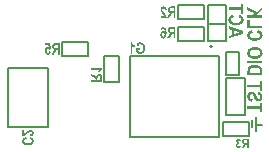
<source format=gbo>
G04*
G04 #@! TF.GenerationSoftware,Altium Limited,Altium Designer,22.7.1 (60)*
G04*
G04 Layer_Color=32896*
%FSLAX43Y43*%
%MOMM*%
G71*
G04*
G04 #@! TF.SameCoordinates,4746692A-FCE4-4093-9A7F-7E88C9008C25*
G04*
G04*
G04 #@! TF.FilePolarity,Positive*
G04*
G01*
G75*
%ADD10C,0.200*%
%ADD14C,0.150*%
G36*
X23352Y4975D02*
X23141D01*
Y5280D01*
X22100D01*
Y5488D01*
X23141D01*
Y5791D01*
X23352D01*
Y4975D01*
D02*
G37*
G36*
X22504Y4871D02*
X22541Y4867D01*
X22574Y4862D01*
X22602Y4855D01*
X22624Y4847D01*
X22641Y4842D01*
X22652Y4838D01*
X22656Y4836D01*
X22683Y4821D01*
X22709Y4805D01*
X22731Y4786D01*
X22750Y4769D01*
X22765Y4753D01*
X22774Y4740D01*
X22781Y4732D01*
X22783Y4729D01*
X22793Y4716D01*
X22802Y4699D01*
X22820Y4664D01*
X22835Y4627D01*
X22850Y4590D01*
X22863Y4556D01*
X22867Y4542D01*
X22872Y4529D01*
X22876Y4518D01*
X22878Y4510D01*
X22880Y4505D01*
Y4503D01*
X22887Y4477D01*
X22894Y4453D01*
X22902Y4431D01*
X22909Y4412D01*
X22917Y4393D01*
X22922Y4379D01*
X22930Y4366D01*
X22935Y4353D01*
X22944Y4334D01*
X22952Y4323D01*
X22955Y4316D01*
X22957Y4314D01*
X22970Y4301D01*
X22985Y4290D01*
X22998Y4282D01*
X23011Y4279D01*
X23024Y4275D01*
X23033Y4273D01*
X23039D01*
X23041D01*
X23059Y4275D01*
X23076Y4281D01*
X23091Y4288D01*
X23104Y4295D01*
X23115Y4303D01*
X23122Y4310D01*
X23126Y4316D01*
X23128Y4318D01*
X23139Y4336D01*
X23148Y4358D01*
X23154Y4379D01*
X23159Y4399D01*
X23161Y4418D01*
X23163Y4434D01*
Y4447D01*
X23161Y4477D01*
X23157Y4503D01*
X23150Y4525D01*
X23142Y4543D01*
X23135Y4558D01*
X23128Y4569D01*
X23124Y4575D01*
X23122Y4577D01*
X23104Y4593D01*
X23083Y4606D01*
X23059Y4616D01*
X23037Y4625D01*
X23015Y4630D01*
X22998Y4634D01*
X22991Y4636D01*
X22985Y4638D01*
X22983D01*
X22981D01*
X22993Y4845D01*
X23026Y4843D01*
X23057Y4838D01*
X23085Y4832D01*
X23113Y4825D01*
X23137Y4818D01*
X23161Y4808D01*
X23181Y4797D01*
X23200Y4788D01*
X23217Y4779D01*
X23231Y4769D01*
X23244Y4760D01*
X23254Y4753D01*
X23261Y4745D01*
X23268Y4740D01*
X23270Y4738D01*
X23272Y4736D01*
X23291Y4716D01*
X23305Y4695D01*
X23318Y4671D01*
X23330Y4649D01*
X23348Y4601D01*
X23359Y4556D01*
X23365Y4534D01*
X23367Y4516D01*
X23368Y4497D01*
X23370Y4482D01*
X23372Y4469D01*
Y4453D01*
X23370Y4410D01*
X23365Y4369D01*
X23359Y4336D01*
X23352Y4306D01*
X23342Y4282D01*
X23337Y4264D01*
X23331Y4253D01*
X23330Y4251D01*
Y4249D01*
X23313Y4219D01*
X23292Y4195D01*
X23272Y4173D01*
X23252Y4155D01*
X23233Y4140D01*
X23218Y4131D01*
X23209Y4123D01*
X23207Y4121D01*
X23205D01*
X23174Y4106D01*
X23142Y4095D01*
X23111Y4086D01*
X23083Y4081D01*
X23059Y4077D01*
X23039Y4075D01*
X23031D01*
X23026D01*
X23024D01*
X23022D01*
X22991Y4077D01*
X22959Y4081D01*
X22931Y4086D01*
X22907Y4094D01*
X22887Y4099D01*
X22870Y4105D01*
X22861Y4108D01*
X22857Y4110D01*
X22830Y4125D01*
X22805Y4142D01*
X22785Y4158D01*
X22768Y4173D01*
X22754Y4188D01*
X22744Y4199D01*
X22737Y4206D01*
X22735Y4208D01*
X22718Y4234D01*
X22702Y4264D01*
X22687Y4297D01*
X22674Y4329D01*
X22663Y4358D01*
X22659Y4369D01*
X22656Y4381D01*
X22652Y4390D01*
X22650Y4397D01*
X22648Y4401D01*
Y4403D01*
X22641Y4429D01*
X22633Y4453D01*
X22626Y4475D01*
X22618Y4493D01*
X22613Y4512D01*
X22607Y4527D01*
X22604Y4540D01*
X22600Y4551D01*
X22593Y4568D01*
X22587Y4581D01*
X22585Y4586D01*
X22583Y4588D01*
X22576Y4601D01*
X22568Y4614D01*
X22559Y4623D01*
X22552Y4630D01*
X22541Y4642D01*
X22537Y4645D01*
X22535D01*
X22524Y4653D01*
X22511Y4656D01*
X22489Y4664D01*
X22478D01*
X22470Y4666D01*
X22465D01*
X22463D01*
X22437Y4664D01*
X22413Y4656D01*
X22393Y4649D01*
X22374Y4638D01*
X22361Y4629D01*
X22350Y4619D01*
X22343Y4612D01*
X22341Y4610D01*
X22324Y4588D01*
X22313Y4564D01*
X22304Y4540D01*
X22298Y4518D01*
X22294Y4495D01*
X22293Y4479D01*
Y4464D01*
X22294Y4431D01*
X22304Y4399D01*
X22315Y4373D01*
X22330Y4349D01*
X22348Y4327D01*
X22368Y4308D01*
X22391Y4293D01*
X22413Y4281D01*
X22435Y4269D01*
X22457Y4260D01*
X22478Y4253D01*
X22496Y4247D01*
X22511Y4243D01*
X22522Y4242D01*
X22531Y4240D01*
X22533D01*
X22509Y4038D01*
X22470Y4044D01*
X22433Y4049D01*
X22400Y4058D01*
X22367Y4068D01*
X22337Y4081D01*
X22309Y4094D01*
X22285Y4106D01*
X22261Y4121D01*
X22239Y4138D01*
X22219Y4155D01*
X22185Y4190D01*
X22156Y4227D01*
X22133Y4264D01*
X22115Y4301D01*
X22102Y4336D01*
X22093Y4369D01*
X22087Y4399D01*
X22083Y4423D01*
X22080Y4442D01*
Y4458D01*
X22081Y4497D01*
X22085Y4532D01*
X22089Y4566D01*
X22096Y4597D01*
X22106Y4625D01*
X22115Y4651D01*
X22124Y4675D01*
X22135Y4695D01*
X22144Y4712D01*
X22154Y4729D01*
X22163Y4742D01*
X22172Y4753D01*
X22180Y4760D01*
X22183Y4766D01*
X22187Y4769D01*
X22189Y4771D01*
X22211Y4790D01*
X22233Y4805D01*
X22256Y4819D01*
X22278Y4830D01*
X22324Y4849D01*
X22368Y4860D01*
X22387Y4864D01*
X22406Y4867D01*
X22422Y4869D01*
X22435Y4871D01*
X22448Y4873D01*
X22456D01*
X22461D01*
X22463D01*
X22504Y4871D01*
D02*
G37*
G36*
X23352Y3142D02*
X23141D01*
Y3447D01*
X22100D01*
Y3655D01*
X23141D01*
Y3958D01*
X23352D01*
Y3142D01*
D02*
G37*
G36*
X22781Y8669D02*
X22835Y8665D01*
X22885Y8657D01*
X22931Y8648D01*
X22974Y8639D01*
X23013Y8626D01*
X23048Y8615D01*
X23081Y8602D01*
X23109Y8589D01*
X23133Y8576D01*
X23155Y8563D01*
X23172Y8554D01*
X23187Y8544D01*
X23196Y8537D01*
X23202Y8533D01*
X23204Y8532D01*
X23233Y8504D01*
X23259Y8476D01*
X23281Y8446D01*
X23302Y8417D01*
X23317Y8387D01*
X23331Y8357D01*
X23342Y8328D01*
X23352Y8300D01*
X23357Y8274D01*
X23363Y8250D01*
X23367Y8228D01*
X23370Y8209D01*
Y8195D01*
X23372Y8182D01*
Y8172D01*
X23368Y8117D01*
X23361Y8067D01*
X23350Y8022D01*
X23337Y7983D01*
X23330Y7969D01*
X23322Y7954D01*
X23317Y7941D01*
X23311Y7930D01*
X23307Y7922D01*
X23304Y7917D01*
X23300Y7913D01*
Y7911D01*
X23270Y7874D01*
X23237Y7839D01*
X23202Y7811D01*
X23167Y7785D01*
X23135Y7765D01*
X23120Y7758D01*
X23109Y7752D01*
X23098Y7746D01*
X23091Y7743D01*
X23087Y7739D01*
X23085D01*
X23057Y7728D01*
X23028Y7717D01*
X22967Y7702D01*
X22905Y7691D01*
X22846Y7682D01*
X22820Y7680D01*
X22794Y7678D01*
X22772Y7676D01*
X22754D01*
X22739Y7674D01*
X22726D01*
X22718D01*
X22717D01*
X22661Y7676D01*
X22607Y7680D01*
X22557Y7687D01*
X22511Y7696D01*
X22468Y7708D01*
X22430Y7720D01*
X22393Y7733D01*
X22359Y7748D01*
X22331Y7761D01*
X22306Y7774D01*
X22283Y7787D01*
X22265Y7798D01*
X22252Y7808D01*
X22241Y7815D01*
X22235Y7819D01*
X22233Y7820D01*
X22206Y7846D01*
X22183Y7872D01*
X22163Y7902D01*
X22144Y7930D01*
X22130Y7959D01*
X22117Y7989D01*
X22107Y8017D01*
X22098Y8045D01*
X22093Y8070D01*
X22087Y8095D01*
X22085Y8117D01*
X22081Y8135D01*
Y8150D01*
X22080Y8163D01*
Y8172D01*
X22081Y8213D01*
X22087Y8250D01*
X22094Y8287D01*
X22104Y8320D01*
X22117Y8352D01*
X22130Y8380D01*
X22143Y8406D01*
X22157Y8430D01*
X22172Y8452D01*
X22185Y8470D01*
X22200Y8485D01*
X22211Y8498D01*
X22220Y8509D01*
X22228Y8517D01*
X22233Y8520D01*
X22235Y8522D01*
X22270Y8548D01*
X22307Y8570D01*
X22346Y8591D01*
X22387Y8607D01*
X22428Y8622D01*
X22468Y8635D01*
X22507Y8644D01*
X22546Y8652D01*
X22583Y8657D01*
X22617Y8663D01*
X22648Y8667D01*
X22674Y8669D01*
X22696Y8670D01*
X22713D01*
X22722D01*
X22726D01*
X22781Y8669D01*
D02*
G37*
G36*
X23352Y7311D02*
X22100D01*
Y7519D01*
X23352D01*
Y7311D01*
D02*
G37*
G36*
X22778Y7141D02*
X22835Y7137D01*
X22863Y7135D01*
X22887Y7132D01*
X22909Y7128D01*
X22930Y7126D01*
X22948Y7122D01*
X22965Y7119D01*
X22980Y7115D01*
X22991Y7113D01*
X23000Y7111D01*
X23007Y7109D01*
X23011Y7108D01*
X23013D01*
X23057Y7093D01*
X23096Y7078D01*
X23130Y7061D01*
X23157Y7045D01*
X23181Y7032D01*
X23198Y7021D01*
X23207Y7013D01*
X23211Y7009D01*
X23237Y6985D01*
X23259Y6963D01*
X23278Y6939D01*
X23292Y6919D01*
X23304Y6900D01*
X23313Y6887D01*
X23317Y6878D01*
X23318Y6874D01*
X23330Y6845D01*
X23337Y6809D01*
X23344Y6774D01*
X23348Y6739D01*
X23350Y6708D01*
Y6695D01*
X23352Y6684D01*
Y6282D01*
X22100D01*
Y6671D01*
X22102Y6715D01*
X22106Y6756D01*
X22111Y6791D01*
X22119Y6821D01*
X22124Y6845D01*
X22130Y6861D01*
X22133Y6872D01*
X22135Y6876D01*
X22150Y6906D01*
X22167Y6932D01*
X22183Y6954D01*
X22200Y6974D01*
X22215Y6989D01*
X22228Y7002D01*
X22235Y7009D01*
X22239Y7011D01*
X22267Y7032D01*
X22298Y7050D01*
X22330Y7067D01*
X22361Y7080D01*
X22387Y7091D01*
X22409Y7098D01*
X22418Y7102D01*
X22424Y7104D01*
X22428Y7106D01*
X22430D01*
X22476Y7119D01*
X22524Y7128D01*
X22572Y7134D01*
X22617Y7139D01*
X22637D01*
X22656Y7141D01*
X22672D01*
X22685Y7143D01*
X22696D01*
X22705D01*
X22711D01*
X22713D01*
X22778Y7141D01*
D02*
G37*
G36*
X22867Y11671D02*
X23352Y12057D01*
Y11777D01*
X22793Y11357D01*
X23352D01*
Y11149D01*
X22100D01*
Y11357D01*
X22478D01*
X22687Y11525D01*
X22100Y11805D01*
Y12075D01*
X22867Y11671D01*
D02*
G37*
G36*
X22311Y10481D02*
X23342D01*
Y10273D01*
X22100D01*
Y10996D01*
X22311D01*
Y10481D01*
D02*
G37*
G36*
X22563Y9890D02*
X22513Y9879D01*
X22472Y9864D01*
X22437Y9851D01*
X22409Y9836D01*
X22387Y9823D01*
X22372Y9812D01*
X22363Y9805D01*
X22359Y9803D01*
X22339Y9781D01*
X22322Y9757D01*
X22311Y9733D01*
X22304Y9711D01*
X22300Y9692D01*
X22298Y9675D01*
X22296Y9666D01*
Y9662D01*
X22298Y9642D01*
X22300Y9623D01*
X22311Y9586D01*
X22328Y9557D01*
X22346Y9531D01*
X22363Y9509D01*
X22380Y9494D01*
X22391Y9485D01*
X22393Y9481D01*
X22394D01*
X22415Y9470D01*
X22437Y9459D01*
X22463Y9449D01*
X22489Y9442D01*
X22544Y9429D01*
X22600Y9422D01*
X22626Y9418D01*
X22650Y9416D01*
X22672Y9414D01*
X22691D01*
X22707Y9412D01*
X22718D01*
X22728D01*
X22730D01*
X22770D01*
X22809Y9416D01*
X22844Y9420D01*
X22876Y9424D01*
X22905Y9429D01*
X22933Y9435D01*
X22957Y9440D01*
X22978Y9448D01*
X22996Y9455D01*
X23013Y9461D01*
X23026Y9466D01*
X23037Y9472D01*
X23044Y9477D01*
X23052Y9479D01*
X23054Y9483D01*
X23055D01*
X23074Y9498D01*
X23089Y9512D01*
X23102Y9527D01*
X23113Y9542D01*
X23131Y9573D01*
X23142Y9603D01*
X23150Y9629D01*
X23154Y9649D01*
X23155Y9657D01*
Y9668D01*
X23154Y9698D01*
X23146Y9723D01*
X23139Y9746D01*
X23128Y9766D01*
X23118Y9783D01*
X23109Y9796D01*
X23102Y9803D01*
X23100Y9805D01*
X23078Y9825D01*
X23054Y9842D01*
X23028Y9857D01*
X23002Y9868D01*
X22980Y9875D01*
X22961Y9881D01*
X22954Y9883D01*
X22948D01*
X22946Y9885D01*
X22944D01*
X23004Y10090D01*
X23033Y10083D01*
X23061Y10073D01*
X23087Y10064D01*
X23113Y10055D01*
X23135Y10044D01*
X23155Y10035D01*
X23172Y10023D01*
X23189Y10014D01*
X23204Y10005D01*
X23217Y9996D01*
X23228Y9988D01*
X23237Y9981D01*
X23242Y9975D01*
X23248Y9972D01*
X23252Y9970D01*
Y9968D01*
X23272Y9946D01*
X23291Y9922D01*
X23307Y9898D01*
X23322Y9873D01*
X23333Y9849D01*
X23342Y9825D01*
X23357Y9779D01*
X23363Y9759D01*
X23367Y9740D01*
X23368Y9723D01*
X23370Y9709D01*
X23372Y9696D01*
Y9679D01*
X23370Y9640D01*
X23365Y9603D01*
X23357Y9570D01*
X23348Y9536D01*
X23335Y9507D01*
X23322Y9479D01*
X23307Y9453D01*
X23294Y9431D01*
X23280Y9411D01*
X23265Y9392D01*
X23252Y9377D01*
X23239Y9364D01*
X23230Y9355D01*
X23222Y9348D01*
X23217Y9344D01*
X23215Y9342D01*
X23180Y9316D01*
X23141Y9294D01*
X23102Y9275D01*
X23061Y9259D01*
X23018Y9244D01*
X22978Y9233D01*
X22937Y9224D01*
X22896Y9216D01*
X22859Y9211D01*
X22826Y9205D01*
X22794Y9201D01*
X22767Y9199D01*
X22746D01*
X22730Y9198D01*
X22718D01*
X22717D01*
X22715D01*
X22659Y9199D01*
X22607Y9203D01*
X22557Y9211D01*
X22511Y9220D01*
X22468Y9231D01*
X22430Y9242D01*
X22393Y9255D01*
X22361Y9270D01*
X22331Y9283D01*
X22306Y9296D01*
X22283Y9307D01*
X22267Y9318D01*
X22252Y9327D01*
X22241Y9335D01*
X22235Y9338D01*
X22233Y9340D01*
X22206Y9364D01*
X22183Y9390D01*
X22163Y9416D01*
X22144Y9444D01*
X22130Y9472D01*
X22117Y9498D01*
X22107Y9524D01*
X22098Y9549D01*
X22093Y9573D01*
X22087Y9596D01*
X22085Y9616D01*
X22081Y9633D01*
Y9648D01*
X22080Y9657D01*
Y9666D01*
X22081Y9696D01*
X22083Y9723D01*
X22094Y9775D01*
X22109Y9822D01*
X22119Y9842D01*
X22128Y9861D01*
X22137Y9877D01*
X22146Y9892D01*
X22154Y9905D01*
X22161Y9914D01*
X22167Y9923D01*
X22172Y9929D01*
X22174Y9933D01*
X22176Y9935D01*
X22196Y9955D01*
X22217Y9973D01*
X22265Y10005D01*
X22317Y10033D01*
X22367Y10055D01*
X22391Y10064D01*
X22413Y10072D01*
X22433Y10077D01*
X22450Y10083D01*
X22465Y10086D01*
X22476Y10090D01*
X22483Y10092D01*
X22485D01*
X22563Y9890D01*
D02*
G37*
G36*
X21752Y11502D02*
X21541D01*
Y11807D01*
X20500D01*
Y12015D01*
X21541D01*
Y12318D01*
X21752D01*
Y11502D01*
D02*
G37*
G36*
X20963Y11196D02*
X20913Y11185D01*
X20872Y11170D01*
X20837Y11157D01*
X20809Y11142D01*
X20787Y11129D01*
X20772Y11118D01*
X20763Y11111D01*
X20759Y11109D01*
X20739Y11087D01*
X20722Y11063D01*
X20711Y11039D01*
X20704Y11017D01*
X20700Y10998D01*
X20698Y10981D01*
X20696Y10972D01*
Y10968D01*
X20698Y10948D01*
X20700Y10929D01*
X20711Y10892D01*
X20728Y10863D01*
X20746Y10837D01*
X20763Y10815D01*
X20780Y10800D01*
X20791Y10791D01*
X20793Y10787D01*
X20794D01*
X20815Y10776D01*
X20837Y10765D01*
X20863Y10755D01*
X20889Y10748D01*
X20944Y10735D01*
X21000Y10728D01*
X21026Y10724D01*
X21050Y10722D01*
X21072Y10720D01*
X21091D01*
X21107Y10718D01*
X21118D01*
X21128D01*
X21130D01*
X21170D01*
X21209Y10722D01*
X21244Y10726D01*
X21276Y10729D01*
X21305Y10735D01*
X21333Y10741D01*
X21357Y10746D01*
X21378Y10754D01*
X21396Y10761D01*
X21413Y10767D01*
X21426Y10772D01*
X21437Y10778D01*
X21444Y10783D01*
X21452Y10785D01*
X21454Y10789D01*
X21455D01*
X21474Y10804D01*
X21489Y10818D01*
X21502Y10833D01*
X21513Y10848D01*
X21531Y10879D01*
X21542Y10909D01*
X21550Y10935D01*
X21554Y10955D01*
X21555Y10963D01*
Y10974D01*
X21554Y11004D01*
X21546Y11029D01*
X21539Y11052D01*
X21528Y11072D01*
X21518Y11089D01*
X21509Y11102D01*
X21502Y11109D01*
X21500Y11111D01*
X21478Y11131D01*
X21454Y11148D01*
X21428Y11163D01*
X21402Y11174D01*
X21380Y11181D01*
X21361Y11187D01*
X21354Y11189D01*
X21348D01*
X21346Y11191D01*
X21344D01*
X21404Y11396D01*
X21433Y11389D01*
X21461Y11379D01*
X21487Y11370D01*
X21513Y11361D01*
X21535Y11350D01*
X21555Y11341D01*
X21572Y11329D01*
X21589Y11320D01*
X21604Y11311D01*
X21617Y11302D01*
X21628Y11294D01*
X21637Y11287D01*
X21642Y11281D01*
X21648Y11278D01*
X21652Y11276D01*
Y11274D01*
X21672Y11252D01*
X21691Y11228D01*
X21707Y11204D01*
X21722Y11179D01*
X21733Y11155D01*
X21742Y11131D01*
X21757Y11085D01*
X21763Y11065D01*
X21767Y11046D01*
X21768Y11029D01*
X21770Y11015D01*
X21772Y11002D01*
Y10985D01*
X21770Y10946D01*
X21765Y10909D01*
X21757Y10876D01*
X21748Y10842D01*
X21735Y10813D01*
X21722Y10785D01*
X21707Y10759D01*
X21694Y10737D01*
X21680Y10717D01*
X21665Y10698D01*
X21652Y10683D01*
X21639Y10670D01*
X21630Y10661D01*
X21622Y10654D01*
X21617Y10650D01*
X21615Y10648D01*
X21580Y10622D01*
X21541Y10600D01*
X21502Y10581D01*
X21461Y10565D01*
X21418Y10550D01*
X21378Y10539D01*
X21337Y10530D01*
X21296Y10522D01*
X21259Y10517D01*
X21226Y10511D01*
X21194Y10507D01*
X21167Y10505D01*
X21146D01*
X21130Y10504D01*
X21118D01*
X21117D01*
X21115D01*
X21059Y10505D01*
X21007Y10509D01*
X20957Y10517D01*
X20911Y10526D01*
X20868Y10537D01*
X20830Y10548D01*
X20793Y10561D01*
X20761Y10576D01*
X20731Y10589D01*
X20706Y10602D01*
X20683Y10613D01*
X20667Y10624D01*
X20652Y10633D01*
X20641Y10641D01*
X20635Y10644D01*
X20633Y10646D01*
X20606Y10670D01*
X20583Y10696D01*
X20563Y10722D01*
X20544Y10750D01*
X20530Y10778D01*
X20517Y10804D01*
X20507Y10829D01*
X20498Y10855D01*
X20493Y10879D01*
X20487Y10902D01*
X20485Y10922D01*
X20481Y10939D01*
Y10954D01*
X20480Y10963D01*
Y10972D01*
X20481Y11002D01*
X20483Y11029D01*
X20494Y11081D01*
X20509Y11128D01*
X20519Y11148D01*
X20528Y11166D01*
X20537Y11183D01*
X20546Y11198D01*
X20554Y11211D01*
X20561Y11220D01*
X20567Y11229D01*
X20572Y11235D01*
X20574Y11239D01*
X20576Y11241D01*
X20596Y11261D01*
X20617Y11279D01*
X20665Y11311D01*
X20717Y11339D01*
X20767Y11361D01*
X20791Y11370D01*
X20813Y11378D01*
X20833Y11383D01*
X20850Y11389D01*
X20865Y11392D01*
X20876Y11396D01*
X20883Y11398D01*
X20885D01*
X20963Y11196D01*
D02*
G37*
G36*
X21752Y10018D02*
Y9798D01*
X20500Y9400D01*
Y9620D01*
X20783Y9704D01*
Y10118D01*
X20500Y10207D01*
Y10431D01*
X21752Y10018D01*
D02*
G37*
G36*
X5441Y8475D02*
X5320Y8454D01*
X5310Y8467D01*
X5300Y8477D01*
X5290Y8487D01*
X5280Y8494D01*
X5260Y8506D01*
X5242Y8515D01*
X5226Y8519D01*
X5215Y8522D01*
X5207Y8523D01*
X5204D01*
X5186Y8522D01*
X5170Y8516D01*
X5155Y8509D01*
X5143Y8502D01*
X5133Y8494D01*
X5126Y8487D01*
X5122Y8481D01*
X5121Y8480D01*
X5109Y8461D01*
X5101Y8441D01*
X5095Y8419D01*
X5091Y8398D01*
X5088Y8378D01*
X5087Y8363D01*
Y8356D01*
Y8351D01*
Y8348D01*
Y8347D01*
X5088Y8315D01*
X5093Y8285D01*
X5098Y8261D01*
X5104Y8241D01*
X5109Y8227D01*
X5115Y8216D01*
X5119Y8210D01*
X5121Y8207D01*
X5133Y8192D01*
X5146Y8182D01*
X5160Y8174D01*
X5173Y8168D01*
X5183Y8165D01*
X5191Y8164D01*
X5198Y8162D01*
X5200D01*
X5214Y8164D01*
X5226Y8168D01*
X5239Y8174D01*
X5249Y8181D01*
X5257Y8186D01*
X5265Y8192D01*
X5269Y8196D01*
X5270Y8198D01*
X5281Y8212D01*
X5290Y8229D01*
X5297Y8244D01*
X5301Y8260D01*
X5304Y8274D01*
X5307Y8286D01*
X5308Y8293D01*
Y8296D01*
X5458Y8277D01*
X5451Y8233D01*
X5445Y8212D01*
X5439Y8193D01*
X5432Y8176D01*
X5425Y8161D01*
X5418Y8145D01*
X5411Y8133D01*
X5404Y8122D01*
X5397Y8112D01*
X5391Y8103D01*
X5386Y8096D01*
X5382Y8090D01*
X5377Y8086D01*
X5376Y8085D01*
X5374Y8083D01*
X5360Y8072D01*
X5346Y8061D01*
X5318Y8044D01*
X5288Y8033D01*
X5262Y8024D01*
X5238Y8020D01*
X5226Y8017D01*
X5218D01*
X5211Y8016D01*
X5201D01*
X5177Y8017D01*
X5156Y8020D01*
X5135Y8026D01*
X5117Y8033D01*
X5098Y8040D01*
X5083Y8048D01*
X5067Y8058D01*
X5054Y8068D01*
X5043Y8078D01*
X5032Y8088D01*
X5023Y8096D01*
X5016Y8103D01*
X5011Y8110D01*
X5007Y8116D01*
X5005Y8119D01*
X5004Y8120D01*
X4991Y8140D01*
X4980Y8161D01*
X4971Y8181D01*
X4963Y8200D01*
X4950Y8240D01*
X4942Y8275D01*
X4939Y8292D01*
X4937Y8306D01*
X4935Y8319D01*
Y8330D01*
X4933Y8339D01*
Y8346D01*
Y8350D01*
Y8351D01*
X4935Y8379D01*
X4936Y8406D01*
X4940Y8430D01*
X4946Y8454D01*
X4952Y8475D01*
X4959Y8496D01*
X4967Y8515D01*
X4974Y8532D01*
X4981Y8546D01*
X4990Y8559D01*
X4997Y8570D01*
X5002Y8580D01*
X5008Y8587D01*
X5011Y8592D01*
X5014Y8595D01*
X5015Y8597D01*
X5028Y8609D01*
X5040Y8621D01*
X5053Y8630D01*
X5067Y8639D01*
X5094Y8652D01*
X5118Y8661D01*
X5140Y8666D01*
X5149Y8667D01*
X5157Y8668D01*
X5164Y8670D01*
X5173D01*
X5193Y8668D01*
X5211Y8664D01*
X5228Y8660D01*
X5243Y8654D01*
X5257Y8647D01*
X5267Y8643D01*
X5273Y8639D01*
X5276Y8637D01*
X5250Y8801D01*
X4969D01*
Y8972D01*
X5365D01*
X5441Y8475D01*
D02*
G37*
G36*
X6215Y8031D02*
X6057D01*
Y8429D01*
X6006D01*
X5991Y8427D01*
X5976Y8426D01*
X5965Y8423D01*
X5957Y8422D01*
X5951Y8419D01*
X5948Y8418D01*
X5947D01*
X5937Y8413D01*
X5929Y8406D01*
X5914Y8394D01*
X5909Y8388D01*
X5905Y8382D01*
X5902Y8379D01*
X5900Y8378D01*
X5896Y8372D01*
X5890Y8364D01*
X5883Y8356D01*
X5878Y8346D01*
X5864Y8322D01*
X5850Y8298D01*
X5837Y8275D01*
X5831Y8265D01*
X5826Y8257D01*
X5821Y8250D01*
X5819Y8244D01*
X5816Y8240D01*
Y8238D01*
X5703Y8031D01*
X5513D01*
X5609Y8216D01*
X5618Y8236D01*
X5628Y8255D01*
X5638Y8272D01*
X5647Y8288D01*
X5655Y8302D01*
X5662Y8315D01*
X5675Y8336D01*
X5685Y8351D01*
X5693Y8363D01*
X5697Y8370D01*
X5699Y8371D01*
X5711Y8387D01*
X5726Y8402D01*
X5740Y8416D01*
X5752Y8427D01*
X5764Y8437D01*
X5773Y8444D01*
X5779Y8450D01*
X5782Y8451D01*
X5747Y8460D01*
X5717Y8471D01*
X5690Y8485D01*
X5669Y8501D01*
X5652Y8513D01*
X5640Y8525D01*
X5632Y8533D01*
X5630Y8535D01*
Y8536D01*
X5611Y8564D01*
X5597Y8594D01*
X5587Y8623D01*
X5582Y8652D01*
X5577Y8677D01*
X5576Y8688D01*
Y8698D01*
X5575Y8705D01*
Y8712D01*
Y8715D01*
Y8716D01*
X5576Y8749D01*
X5580Y8777D01*
X5586Y8804D01*
X5592Y8826D01*
X5599Y8843D01*
X5604Y8857D01*
X5609Y8866D01*
X5610Y8869D01*
X5624Y8891D01*
X5640Y8910D01*
X5654Y8925D01*
X5668Y8936D01*
X5680Y8946D01*
X5690Y8953D01*
X5697Y8956D01*
X5700Y8957D01*
X5711Y8962D01*
X5724Y8966D01*
X5752Y8973D01*
X5782Y8977D01*
X5812Y8981D01*
X5838Y8983D01*
X5851D01*
X5861Y8984D01*
X6215D01*
Y8031D01*
D02*
G37*
G36*
X21376Y912D02*
X21402Y906D01*
X21426Y898D01*
X21446Y889D01*
X21461Y880D01*
X21473Y871D01*
X21480Y865D01*
X21482Y864D01*
X21483Y863D01*
X21492Y853D01*
X21501Y841D01*
X21516Y816D01*
X21528Y790D01*
X21538Y763D01*
X21545Y739D01*
X21548Y730D01*
X21550Y720D01*
X21551Y713D01*
X21552Y707D01*
X21554Y703D01*
Y702D01*
X21436Y678D01*
X21433Y697D01*
X21430Y713D01*
X21425Y727D01*
X21420Y738D01*
X21415Y746D01*
X21412Y754D01*
X21409Y757D01*
X21408Y758D01*
X21399Y768D01*
X21389Y774D01*
X21379Y779D01*
X21371Y782D01*
X21364Y785D01*
X21357Y786D01*
X21352D01*
X21340Y785D01*
X21329Y782D01*
X21319Y779D01*
X21312Y774D01*
X21306Y769D01*
X21301Y766D01*
X21299Y763D01*
X21298Y762D01*
X21291Y752D01*
X21286Y742D01*
X21281Y731D01*
X21279Y721D01*
X21277Y712D01*
X21276Y704D01*
Y700D01*
Y697D01*
X21277Y679D01*
X21281Y663D01*
X21286Y650D01*
X21291Y639D01*
X21295Y631D01*
X21300Y624D01*
X21304Y620D01*
X21305Y619D01*
X21317Y611D01*
X21329Y603D01*
X21342Y600D01*
X21355Y596D01*
X21366Y595D01*
X21376Y594D01*
X21384D01*
X21397Y466D01*
X21385Y470D01*
X21375Y474D01*
X21364Y476D01*
X21355Y477D01*
X21349Y478D01*
X21340D01*
X21327Y477D01*
X21315Y474D01*
X21304Y468D01*
X21294Y462D01*
X21287Y454D01*
X21281Y450D01*
X21277Y445D01*
X21276Y444D01*
X21268Y430D01*
X21260Y415D01*
X21256Y399D01*
X21253Y385D01*
X21251Y372D01*
X21250Y361D01*
Y354D01*
Y352D01*
Y351D01*
X21251Y328D01*
X21254Y309D01*
X21258Y291D01*
X21263Y278D01*
X21269Y266D01*
X21272Y259D01*
X21276Y253D01*
X21277Y251D01*
X21288Y239D01*
X21299Y231D01*
X21311Y225D01*
X21322Y221D01*
X21330Y219D01*
X21337Y217D01*
X21345D01*
X21358Y218D01*
X21370Y221D01*
X21381Y226D01*
X21389Y232D01*
X21396Y237D01*
X21402Y242D01*
X21406Y245D01*
X21407Y247D01*
X21415Y259D01*
X21423Y273D01*
X21429Y287D01*
X21432Y302D01*
X21436Y315D01*
X21437Y325D01*
X21438Y332D01*
Y333D01*
Y334D01*
X21562Y316D01*
X21556Y278D01*
X21548Y245D01*
X21542Y230D01*
X21536Y217D01*
X21530Y203D01*
X21524Y193D01*
X21518Y182D01*
X21512Y173D01*
X21507Y166D01*
X21502Y159D01*
X21498Y154D01*
X21495Y150D01*
X21494Y149D01*
X21492Y148D01*
X21480Y137D01*
X21468Y128D01*
X21456Y119D01*
X21443Y113D01*
X21418Y101D01*
X21395Y94D01*
X21375Y90D01*
X21365Y89D01*
X21358Y88D01*
X21352Y87D01*
X21343D01*
X21327Y88D01*
X21311Y90D01*
X21295Y94D01*
X21280Y98D01*
X21253Y110D01*
X21230Y123D01*
X21211Y136D01*
X21204Y142D01*
X21198Y148D01*
X21193Y152D01*
X21188Y155D01*
X21187Y158D01*
X21186Y159D01*
X21174Y173D01*
X21163Y188D01*
X21155Y203D01*
X21148Y219D01*
X21136Y249D01*
X21127Y278D01*
X21125Y292D01*
X21122Y304D01*
X21121Y315D01*
X21120Y325D01*
X21119Y332D01*
Y338D01*
Y341D01*
Y343D01*
X21120Y370D01*
X21125Y396D01*
X21130Y417D01*
X21137Y435D01*
X21143Y450D01*
X21149Y460D01*
X21154Y468D01*
X21155Y470D01*
X21169Y488D01*
X21184Y502D01*
X21198Y513D01*
X21212Y523D01*
X21226Y529D01*
X21235Y533D01*
X21242Y535D01*
X21244Y536D01*
X21245D01*
X21228Y548D01*
X21214Y561D01*
X21200Y575D01*
X21191Y585D01*
X21182Y596D01*
X21178Y603D01*
X21174Y608D01*
X21173Y611D01*
X21164Y627D01*
X21158Y644D01*
X21154Y660D01*
X21151Y675D01*
X21149Y687D01*
X21148Y698D01*
Y704D01*
Y707D01*
Y721D01*
X21150Y736D01*
X21156Y762D01*
X21164Y786D01*
X21174Y808D01*
X21185Y826D01*
X21190Y833D01*
X21193Y839D01*
X21197Y844D01*
X21199Y847D01*
X21200Y848D01*
X21202Y850D01*
X21212Y862D01*
X21223Y871D01*
X21235Y880D01*
X21247Y887D01*
X21271Y899D01*
X21294Y906D01*
X21316Y911D01*
X21324Y912D01*
X21331Y913D01*
X21339Y915D01*
X21361D01*
X21376Y912D01*
D02*
G37*
G36*
X22200Y100D02*
X22065D01*
Y439D01*
X22022D01*
X22009Y438D01*
X21997Y436D01*
X21987Y434D01*
X21980Y433D01*
X21975Y430D01*
X21973Y429D01*
X21972D01*
X21963Y426D01*
X21956Y420D01*
X21944Y409D01*
X21939Y404D01*
X21936Y399D01*
X21933Y397D01*
X21932Y396D01*
X21928Y391D01*
X21924Y384D01*
X21918Y376D01*
X21913Y368D01*
X21901Y347D01*
X21889Y327D01*
X21878Y308D01*
X21873Y299D01*
X21868Y292D01*
X21865Y286D01*
X21862Y281D01*
X21860Y278D01*
Y277D01*
X21764Y100D01*
X21602D01*
X21683Y257D01*
X21692Y274D01*
X21700Y291D01*
X21709Y305D01*
X21716Y319D01*
X21723Y331D01*
X21729Y341D01*
X21740Y360D01*
X21748Y373D01*
X21755Y382D01*
X21759Y388D01*
X21760Y390D01*
X21771Y403D01*
X21783Y416D01*
X21795Y428D01*
X21806Y438D01*
X21816Y446D01*
X21824Y452D01*
X21829Y457D01*
X21831Y458D01*
X21801Y465D01*
X21776Y475D01*
X21753Y487D01*
X21735Y500D01*
X21721Y511D01*
X21710Y521D01*
X21704Y528D01*
X21701Y529D01*
Y530D01*
X21686Y554D01*
X21674Y579D01*
X21665Y605D01*
X21661Y629D01*
X21657Y650D01*
X21656Y660D01*
Y668D01*
X21655Y674D01*
Y680D01*
Y683D01*
Y684D01*
X21656Y712D01*
X21659Y736D01*
X21664Y758D01*
X21669Y778D01*
X21675Y792D01*
X21680Y804D01*
X21683Y811D01*
X21685Y814D01*
X21697Y833D01*
X21710Y848D01*
X21722Y862D01*
X21734Y871D01*
X21745Y880D01*
X21753Y886D01*
X21759Y888D01*
X21761Y889D01*
X21771Y893D01*
X21782Y897D01*
X21806Y903D01*
X21831Y906D01*
X21856Y910D01*
X21879Y911D01*
X21890D01*
X21898Y912D01*
X22200D01*
Y100D01*
D02*
G37*
G36*
X9803Y6748D02*
X9772Y6737D01*
X9744Y6722D01*
X9719Y6707D01*
X9698Y6691D01*
X9679Y6677D01*
X9665Y6666D01*
X9657Y6658D01*
X9655Y6656D01*
X9654Y6655D01*
X9632Y6629D01*
X9613Y6605D01*
X9598Y6584D01*
X9585Y6565D01*
X9577Y6548D01*
X9569Y6536D01*
X9567Y6528D01*
X9565Y6527D01*
Y6525D01*
X9399D01*
X9417Y6565D01*
X9438Y6603D01*
X9462Y6635D01*
X9485Y6663D01*
X9495Y6676D01*
X9505Y6687D01*
X9514Y6697D01*
X9522Y6704D01*
X9529Y6711D01*
X9533Y6715D01*
X9536Y6718D01*
X9537Y6720D01*
X8848D01*
Y6870D01*
X9803D01*
Y6748D01*
D02*
G37*
G36*
X9032Y6338D02*
X9052Y6328D01*
X9072Y6318D01*
X9089Y6308D01*
X9104Y6300D01*
X9118Y6291D01*
X9131Y6284D01*
X9152Y6271D01*
X9168Y6261D01*
X9179Y6253D01*
X9186Y6249D01*
X9187Y6247D01*
X9203Y6235D01*
X9218Y6221D01*
X9233Y6207D01*
X9244Y6194D01*
X9254Y6183D01*
X9261Y6173D01*
X9266Y6167D01*
X9268Y6164D01*
X9276Y6199D01*
X9288Y6229D01*
X9302Y6256D01*
X9317Y6277D01*
X9330Y6294D01*
X9341Y6307D01*
X9350Y6314D01*
X9351Y6316D01*
X9352D01*
X9381Y6335D01*
X9410Y6349D01*
X9440Y6359D01*
X9468Y6364D01*
X9493Y6369D01*
X9505Y6370D01*
X9514D01*
X9522Y6371D01*
X9529D01*
X9531D01*
X9533D01*
X9565Y6370D01*
X9593Y6366D01*
X9620Y6360D01*
X9643Y6355D01*
X9660Y6347D01*
X9674Y6342D01*
X9682Y6338D01*
X9685Y6336D01*
X9708Y6322D01*
X9726Y6307D01*
X9741Y6292D01*
X9753Y6278D01*
X9763Y6266D01*
X9770Y6256D01*
X9772Y6249D01*
X9774Y6246D01*
X9778Y6235D01*
X9782Y6222D01*
X9789Y6194D01*
X9794Y6164D01*
X9798Y6135D01*
X9799Y6108D01*
Y6095D01*
X9801Y6085D01*
Y5731D01*
X8848D01*
Y5889D01*
X9245D01*
Y5940D01*
X9244Y5956D01*
X9242Y5970D01*
X9240Y5981D01*
X9238Y5989D01*
X9235Y5995D01*
X9234Y5998D01*
Y5999D01*
X9230Y6009D01*
X9223Y6018D01*
X9210Y6032D01*
X9204Y6037D01*
X9199Y6042D01*
X9196Y6044D01*
X9194Y6046D01*
X9189Y6050D01*
X9180Y6056D01*
X9172Y6063D01*
X9162Y6068D01*
X9138Y6082D01*
X9114Y6097D01*
X9092Y6109D01*
X9082Y6115D01*
X9073Y6121D01*
X9066Y6125D01*
X9061Y6128D01*
X9056Y6130D01*
X9055D01*
X8848Y6243D01*
Y6433D01*
X9032Y6338D01*
D02*
G37*
G36*
X12330Y9025D02*
X12344Y8997D01*
X12359Y8971D01*
X12375Y8950D01*
X12389Y8932D01*
X12400Y8918D01*
X12409Y8909D01*
X12410Y8908D01*
X12411Y8906D01*
X12437Y8884D01*
X12461Y8865D01*
X12482Y8850D01*
X12502Y8837D01*
X12519Y8829D01*
X12530Y8822D01*
X12538Y8819D01*
X12540Y8818D01*
X12541D01*
Y8651D01*
X12502Y8670D01*
X12464Y8691D01*
X12431Y8715D01*
X12403Y8737D01*
X12390Y8747D01*
X12379Y8757D01*
X12369Y8767D01*
X12362Y8774D01*
X12355Y8781D01*
X12351Y8785D01*
X12348Y8788D01*
X12347Y8789D01*
Y8100D01*
X12196D01*
Y9056D01*
X12318D01*
X12330Y9025D01*
D02*
G37*
G36*
X13080Y9066D02*
X13118Y9060D01*
X13152Y9050D01*
X13181Y9040D01*
X13194Y9035D01*
X13205Y9030D01*
X13215Y9025D01*
X13222Y9021D01*
X13229Y9018D01*
X13233Y9015D01*
X13236Y9012D01*
X13238D01*
X13267Y8990D01*
X13294Y8963D01*
X13316Y8936D01*
X13336Y8908D01*
X13352Y8884D01*
X13359Y8874D01*
X13363Y8864D01*
X13367Y8857D01*
X13370Y8851D01*
X13373Y8847D01*
Y8846D01*
X13390Y8802D01*
X13402Y8757D01*
X13412Y8712D01*
X13418Y8670D01*
X13421Y8650D01*
X13422Y8633D01*
X13424Y8616D01*
Y8603D01*
X13425Y8592D01*
Y8584D01*
Y8578D01*
Y8576D01*
X13422Y8521D01*
X13417Y8471D01*
X13414Y8447D01*
X13409Y8426D01*
X13404Y8404D01*
X13400Y8386D01*
X13395Y8369D01*
X13390Y8354D01*
X13386Y8341D01*
X13383Y8330D01*
X13378Y8321D01*
X13377Y8316D01*
X13374Y8311D01*
Y8310D01*
X13353Y8271D01*
X13331Y8237D01*
X13307Y8207D01*
X13284Y8183D01*
X13264Y8165D01*
X13247Y8152D01*
X13242Y8147D01*
X13238Y8144D01*
X13235Y8142D01*
X13233Y8141D01*
X13199Y8123D01*
X13164Y8108D01*
X13129Y8099D01*
X13098Y8092D01*
X13084Y8089D01*
X13070Y8087D01*
X13058Y8086D01*
X13049D01*
X13040Y8084D01*
X13029D01*
X12994Y8086D01*
X12960Y8092D01*
X12927Y8099D01*
X12899Y8106D01*
X12875Y8114D01*
X12865Y8117D01*
X12855Y8120D01*
X12850Y8123D01*
X12844Y8125D01*
X12841Y8127D01*
X12840D01*
X12806Y8144D01*
X12777Y8162D01*
X12753Y8179D01*
X12731Y8196D01*
X12715Y8210D01*
X12703Y8221D01*
X12696Y8228D01*
X12693Y8231D01*
Y8610D01*
X13033D01*
Y8450D01*
X12853D01*
Y8330D01*
X12868Y8316D01*
X12884Y8304D01*
X12899Y8295D01*
X12912Y8286D01*
X12925Y8279D01*
X12934Y8275D01*
X12940Y8272D01*
X12943Y8271D01*
X12961Y8264D01*
X12978Y8258D01*
X12995Y8255D01*
X13009Y8252D01*
X13020Y8251D01*
X13029Y8249D01*
X13037D01*
X13056Y8251D01*
X13073Y8252D01*
X13104Y8261D01*
X13132Y8273D01*
X13154Y8287D01*
X13171Y8302D01*
X13184Y8314D01*
X13192Y8323D01*
X13194Y8324D01*
X13195Y8326D01*
X13206Y8344D01*
X13216Y8362D01*
X13233Y8404D01*
X13245Y8448D01*
X13253Y8490D01*
X13256Y8509D01*
X13257Y8527D01*
X13260Y8544D01*
Y8558D01*
X13261Y8569D01*
Y8579D01*
Y8585D01*
Y8586D01*
X13260Y8616D01*
X13259Y8643D01*
X13256Y8668D01*
X13252Y8692D01*
X13247Y8713D01*
X13242Y8733D01*
X13236Y8750D01*
X13230Y8765D01*
X13225Y8779D01*
X13219Y8792D01*
X13214Y8802D01*
X13209Y8810D01*
X13205Y8816D01*
X13202Y8820D01*
X13199Y8823D01*
Y8825D01*
X13187Y8839D01*
X13174Y8851D01*
X13161Y8861D01*
X13147Y8870D01*
X13120Y8884D01*
X13094Y8894D01*
X13071Y8899D01*
X13061Y8901D01*
X13053Y8902D01*
X13046Y8904D01*
X13036D01*
X13012Y8902D01*
X12991Y8898D01*
X12972Y8891D01*
X12956Y8884D01*
X12943Y8877D01*
X12933Y8870D01*
X12926Y8865D01*
X12925Y8864D01*
X12909Y8849D01*
X12895Y8830D01*
X12884Y8810D01*
X12875Y8794D01*
X12868Y8777D01*
X12864Y8764D01*
X12861Y8754D01*
X12860Y8753D01*
Y8751D01*
X12703Y8787D01*
X12709Y8812D01*
X12715Y8836D01*
X12723Y8857D01*
X12731Y8878D01*
X12740Y8896D01*
X12750Y8913D01*
X12758Y8929D01*
X12768Y8943D01*
X12777Y8956D01*
X12785Y8967D01*
X12793Y8975D01*
X12799Y8984D01*
X12805Y8990D01*
X12809Y8994D01*
X12812Y8995D01*
X12813Y8997D01*
X12829Y9009D01*
X12847Y9021D01*
X12865Y9030D01*
X12884Y9039D01*
X12920Y9052D01*
X12957Y9060D01*
X12972Y9063D01*
X12988Y9064D01*
X13002Y9066D01*
X13013Y9067D01*
X13023Y9068D01*
X13037D01*
X13080Y9066D01*
D02*
G37*
G36*
X14984Y10354D02*
X15006Y10352D01*
X15026Y10344D01*
X15046Y10337D01*
X15081Y10319D01*
X15096Y10309D01*
X15110Y10298D01*
X15123Y10287D01*
X15134Y10277D01*
X15144Y10267D01*
X15153Y10259D01*
X15158Y10251D01*
X15163Y10246D01*
X15165Y10242D01*
X15167Y10240D01*
X15181Y10218D01*
X15192Y10191D01*
X15204Y10163D01*
X15212Y10133D01*
X15226Y10071D01*
X15236Y10009D01*
X15239Y9979D01*
X15242Y9953D01*
X15243Y9929D01*
X15244Y9906D01*
X15246Y9889D01*
Y9875D01*
Y9867D01*
Y9865D01*
Y9864D01*
X15244Y9817D01*
X15243Y9774D01*
X15239Y9734D01*
X15235Y9697D01*
X15227Y9664D01*
X15222Y9634D01*
X15215Y9606D01*
X15208Y9582D01*
X15201Y9561D01*
X15194Y9544D01*
X15187Y9528D01*
X15181Y9516D01*
X15177Y9507D01*
X15173Y9500D01*
X15171Y9496D01*
X15170Y9494D01*
X15154Y9475D01*
X15139Y9458D01*
X15123Y9444D01*
X15106Y9431D01*
X15091Y9420D01*
X15074Y9411D01*
X15058Y9404D01*
X15043Y9399D01*
X15016Y9390D01*
X15005Y9387D01*
X14995Y9386D01*
X14986D01*
X14981Y9384D01*
X14975D01*
X14955Y9386D01*
X14937Y9389D01*
X14919Y9393D01*
X14902Y9397D01*
X14871Y9411D01*
X14845Y9427D01*
X14824Y9442D01*
X14816Y9449D01*
X14809Y9456D01*
X14803Y9461D01*
X14799Y9465D01*
X14798Y9468D01*
X14796Y9469D01*
X14783Y9486D01*
X14772Y9504D01*
X14762Y9523D01*
X14754Y9542D01*
X14741Y9582D01*
X14731Y9618D01*
X14728Y9637D01*
X14727Y9652D01*
X14726Y9668D01*
X14724Y9681D01*
X14723Y9690D01*
Y9697D01*
Y9703D01*
Y9704D01*
X14724Y9730D01*
X14726Y9755D01*
X14728Y9778D01*
X14734Y9800D01*
X14738Y9820D01*
X14744Y9838D01*
X14751Y9855D01*
X14757Y9871D01*
X14764Y9885D01*
X14769Y9898D01*
X14776Y9907D01*
X14781Y9916D01*
X14785Y9923D01*
X14789Y9927D01*
X14790Y9930D01*
X14792Y9931D01*
X14805Y9947D01*
X14819Y9960D01*
X14831Y9971D01*
X14845Y9981D01*
X14858Y9989D01*
X14872Y9996D01*
X14896Y10006D01*
X14919Y10013D01*
X14927Y10015D01*
X14936Y10016D01*
X14943Y10017D01*
X14951D01*
X14967Y10016D01*
X14981Y10015D01*
X14995Y10010D01*
X15006Y10008D01*
X15015Y10003D01*
X15023Y9999D01*
X15027Y9998D01*
X15029Y9996D01*
X15041Y9988D01*
X15053Y9978D01*
X15063Y9968D01*
X15072Y9958D01*
X15079Y9950D01*
X15085Y9943D01*
X15089Y9937D01*
X15091Y9936D01*
X15089Y9965D01*
X15087Y9992D01*
X15084Y10016D01*
X15081Y10037D01*
X15078Y10057D01*
X15074Y10075D01*
X15071Y10091D01*
X15067Y10105D01*
X15064Y10116D01*
X15061Y10126D01*
X15057Y10134D01*
X15056Y10140D01*
X15053Y10146D01*
X15051Y10149D01*
X15050Y10151D01*
X15037Y10170D01*
X15023Y10182D01*
X15010Y10192D01*
X14998Y10198D01*
X14986Y10202D01*
X14978Y10204D01*
X14971Y10205D01*
X14970D01*
X14957Y10204D01*
X14944Y10201D01*
X14934Y10195D01*
X14924Y10188D01*
X14909Y10171D01*
X14899Y10153D01*
X14891Y10133D01*
X14886Y10116D01*
X14885Y10109D01*
X14884Y10103D01*
Y10101D01*
Y10099D01*
X14738Y10119D01*
X14747Y10161D01*
X14757Y10196D01*
X14769Y10227D01*
X14782Y10253D01*
X14795Y10271D01*
X14805Y10285D01*
X14812Y10294D01*
X14814Y10297D01*
X14837Y10316D01*
X14862Y10330D01*
X14886Y10342D01*
X14910Y10349D01*
X14930Y10353D01*
X14947Y10354D01*
X14953Y10356D01*
X14961D01*
X14984Y10354D01*
D02*
G37*
G36*
X16000Y9400D02*
X15842D01*
Y9798D01*
X15791D01*
X15776Y9796D01*
X15762Y9795D01*
X15750Y9792D01*
X15742Y9790D01*
X15736Y9788D01*
X15734Y9786D01*
X15732D01*
X15722Y9782D01*
X15714Y9775D01*
X15700Y9762D01*
X15694Y9757D01*
X15690Y9751D01*
X15687Y9748D01*
X15686Y9747D01*
X15681Y9741D01*
X15676Y9733D01*
X15669Y9724D01*
X15663Y9714D01*
X15649Y9690D01*
X15635Y9666D01*
X15622Y9644D01*
X15617Y9634D01*
X15611Y9626D01*
X15607Y9618D01*
X15604Y9613D01*
X15601Y9609D01*
Y9607D01*
X15488Y9400D01*
X15298D01*
X15394Y9585D01*
X15404Y9604D01*
X15414Y9624D01*
X15423Y9641D01*
X15432Y9657D01*
X15440Y9671D01*
X15447Y9683D01*
X15460Y9704D01*
X15470Y9720D01*
X15478Y9731D01*
X15483Y9738D01*
X15484Y9740D01*
X15497Y9755D01*
X15511Y9771D01*
X15525Y9785D01*
X15538Y9796D01*
X15549Y9806D01*
X15559Y9813D01*
X15564Y9819D01*
X15567Y9820D01*
X15532Y9829D01*
X15502Y9840D01*
X15476Y9854D01*
X15454Y9869D01*
X15438Y9882D01*
X15425Y9893D01*
X15418Y9902D01*
X15415Y9903D01*
Y9905D01*
X15397Y9933D01*
X15383Y9962D01*
X15373Y9992D01*
X15367Y10020D01*
X15363Y10046D01*
X15361Y10057D01*
Y10067D01*
X15360Y10074D01*
Y10081D01*
Y10084D01*
Y10085D01*
X15361Y10118D01*
X15366Y10146D01*
X15371Y10173D01*
X15377Y10195D01*
X15384Y10212D01*
X15390Y10226D01*
X15394Y10235D01*
X15395Y10237D01*
X15409Y10260D01*
X15425Y10278D01*
X15439Y10294D01*
X15453Y10305D01*
X15466Y10315D01*
X15476Y10322D01*
X15483Y10325D01*
X15485Y10326D01*
X15497Y10330D01*
X15509Y10335D01*
X15538Y10342D01*
X15567Y10346D01*
X15597Y10350D01*
X15624Y10352D01*
X15636D01*
X15646Y10353D01*
X16000D01*
Y9400D01*
D02*
G37*
G36*
X15009Y12104D02*
X15029Y12103D01*
X15064Y12095D01*
X15095Y12085D01*
X15120Y12072D01*
X15141Y12059D01*
X15149Y12052D01*
X15156Y12048D01*
X15161Y12044D01*
X15165Y12040D01*
X15167Y12038D01*
X15168Y12037D01*
X15181Y12023D01*
X15191Y12009D01*
X15209Y11975D01*
X15223Y11939D01*
X15233Y11906D01*
X15237Y11889D01*
X15242Y11873D01*
X15243Y11859D01*
X15246Y11848D01*
X15247Y11838D01*
Y11831D01*
X15249Y11825D01*
Y11824D01*
X15099Y11804D01*
X15096Y11831D01*
X15092Y11853D01*
X15087Y11873D01*
X15079Y11890D01*
X15071Y11906D01*
X15063Y11917D01*
X15053Y11927D01*
X15043Y11935D01*
X15033Y11941D01*
X15024Y11945D01*
X15008Y11951D01*
X15002Y11952D01*
X14996Y11954D01*
X14992D01*
X14977Y11952D01*
X14961Y11948D01*
X14948Y11944D01*
X14939Y11938D01*
X14930Y11931D01*
X14924Y11927D01*
X14920Y11923D01*
X14919Y11921D01*
X14909Y11908D01*
X14902Y11893D01*
X14898Y11877D01*
X14893Y11862D01*
X14892Y11848D01*
X14891Y11837D01*
Y11829D01*
Y11828D01*
Y11827D01*
X14892Y11806D01*
X14896Y11784D01*
X14902Y11765D01*
X14907Y11748D01*
X14913Y11732D01*
X14919Y11721D01*
X14923Y11714D01*
X14924Y11711D01*
X14930Y11703D01*
X14937Y11693D01*
X14954Y11670D01*
X14974Y11646D01*
X14995Y11621D01*
X15015Y11597D01*
X15023Y11586D01*
X15032Y11577D01*
X15037Y11570D01*
X15043Y11564D01*
X15046Y11560D01*
X15047Y11559D01*
X15070Y11533D01*
X15089Y11508D01*
X15109Y11486D01*
X15126Y11464D01*
X15141Y11443D01*
X15154Y11425D01*
X15167Y11408D01*
X15177Y11392D01*
X15187Y11378D01*
X15195Y11367D01*
X15201Y11356D01*
X15206Y11347D01*
X15211Y11340D01*
X15212Y11336D01*
X15215Y11333D01*
Y11332D01*
X15229Y11299D01*
X15240Y11267D01*
X15250Y11236D01*
X15256Y11209D01*
X15260Y11185D01*
X15263Y11175D01*
X15264Y11167D01*
Y11160D01*
X15266Y11154D01*
Y11151D01*
Y11150D01*
X14740D01*
Y11319D01*
X15039D01*
X15029Y11338D01*
X15019Y11353D01*
X15015Y11359D01*
X15010Y11364D01*
X15009Y11367D01*
X15008Y11369D01*
X14998Y11381D01*
X14985Y11397D01*
X14970Y11414D01*
X14954Y11432D01*
X14940Y11449D01*
X14927Y11463D01*
X14923Y11469D01*
X14919Y11473D01*
X14917Y11474D01*
X14916Y11476D01*
X14889Y11507D01*
X14867Y11535D01*
X14847Y11559D01*
X14831Y11580D01*
X14820Y11595D01*
X14812Y11608D01*
X14807Y11615D01*
X14806Y11618D01*
X14795Y11639D01*
X14783Y11659D01*
X14775Y11677D01*
X14768Y11694D01*
X14764Y11708D01*
X14759Y11718D01*
X14757Y11725D01*
Y11728D01*
X14751Y11749D01*
X14747Y11769D01*
X14744Y11789D01*
X14741Y11806D01*
Y11821D01*
X14740Y11832D01*
Y11839D01*
Y11842D01*
Y11862D01*
X14743Y11880D01*
X14750Y11914D01*
X14759Y11945D01*
X14771Y11972D01*
X14783Y11994D01*
X14789Y12004D01*
X14793Y12011D01*
X14798Y12017D01*
X14800Y12021D01*
X14802Y12024D01*
X14803Y12025D01*
X14816Y12040D01*
X14829Y12052D01*
X14843Y12062D01*
X14858Y12072D01*
X14874Y12080D01*
X14889Y12086D01*
X14919Y12096D01*
X14947Y12102D01*
X14958Y12103D01*
X14970Y12104D01*
X14978Y12106D01*
X14989D01*
X15009Y12104D01*
D02*
G37*
G36*
X16000Y11150D02*
X15842D01*
Y11548D01*
X15791D01*
X15776Y11546D01*
X15762Y11545D01*
X15750Y11542D01*
X15742Y11541D01*
X15736Y11538D01*
X15734Y11536D01*
X15732D01*
X15722Y11532D01*
X15714Y11525D01*
X15700Y11512D01*
X15694Y11507D01*
X15690Y11501D01*
X15687Y11498D01*
X15686Y11497D01*
X15681Y11491D01*
X15676Y11483D01*
X15669Y11474D01*
X15663Y11464D01*
X15649Y11440D01*
X15635Y11416D01*
X15622Y11394D01*
X15617Y11384D01*
X15611Y11376D01*
X15607Y11369D01*
X15604Y11363D01*
X15601Y11359D01*
Y11357D01*
X15488Y11150D01*
X15298D01*
X15394Y11335D01*
X15404Y11354D01*
X15414Y11374D01*
X15423Y11391D01*
X15432Y11407D01*
X15440Y11421D01*
X15447Y11433D01*
X15460Y11455D01*
X15470Y11470D01*
X15478Y11481D01*
X15483Y11488D01*
X15484Y11490D01*
X15497Y11505D01*
X15511Y11521D01*
X15525Y11535D01*
X15538Y11546D01*
X15549Y11556D01*
X15559Y11563D01*
X15564Y11569D01*
X15567Y11570D01*
X15532Y11579D01*
X15502Y11590D01*
X15476Y11604D01*
X15454Y11619D01*
X15438Y11632D01*
X15425Y11643D01*
X15418Y11652D01*
X15415Y11653D01*
Y11655D01*
X15397Y11683D01*
X15383Y11712D01*
X15373Y11742D01*
X15367Y11770D01*
X15363Y11796D01*
X15361Y11807D01*
Y11817D01*
X15360Y11824D01*
Y11831D01*
Y11834D01*
Y11835D01*
X15361Y11868D01*
X15366Y11896D01*
X15371Y11923D01*
X15377Y11945D01*
X15384Y11962D01*
X15390Y11976D01*
X15394Y11985D01*
X15395Y11987D01*
X15409Y12010D01*
X15425Y12028D01*
X15439Y12044D01*
X15453Y12055D01*
X15466Y12065D01*
X15476Y12072D01*
X15483Y12075D01*
X15485Y12076D01*
X15497Y12080D01*
X15509Y12085D01*
X15538Y12092D01*
X15567Y12096D01*
X15597Y12100D01*
X15624Y12102D01*
X15636D01*
X15646Y12103D01*
X16000D01*
Y11150D01*
D02*
G37*
G36*
X3770Y1636D02*
X3804Y1629D01*
X3835Y1619D01*
X3861Y1607D01*
X3884Y1595D01*
X3894Y1589D01*
X3901Y1585D01*
X3906Y1581D01*
X3911Y1578D01*
X3914Y1576D01*
X3915Y1575D01*
X3929Y1562D01*
X3942Y1550D01*
X3952Y1536D01*
X3961Y1520D01*
X3970Y1505D01*
X3976Y1489D01*
X3985Y1459D01*
X3991Y1431D01*
X3992Y1420D01*
X3994Y1409D01*
X3995Y1400D01*
Y1389D01*
X3994Y1369D01*
X3992Y1349D01*
X3984Y1314D01*
X3974Y1283D01*
X3961Y1258D01*
X3949Y1237D01*
X3942Y1230D01*
X3937Y1223D01*
X3933Y1217D01*
X3929Y1213D01*
X3928Y1211D01*
X3926Y1210D01*
X3912Y1197D01*
X3898Y1187D01*
X3864Y1169D01*
X3829Y1155D01*
X3795Y1145D01*
X3778Y1141D01*
X3763Y1137D01*
X3749Y1135D01*
X3737Y1132D01*
X3727Y1131D01*
X3720D01*
X3715Y1130D01*
X3713D01*
X3694Y1279D01*
X3720Y1282D01*
X3743Y1286D01*
X3763Y1292D01*
X3780Y1299D01*
X3795Y1307D01*
X3806Y1316D01*
X3816Y1326D01*
X3825Y1335D01*
X3830Y1345D01*
X3835Y1354D01*
X3840Y1371D01*
X3842Y1376D01*
X3843Y1382D01*
Y1386D01*
X3842Y1402D01*
X3837Y1417D01*
X3833Y1430D01*
X3828Y1440D01*
X3820Y1448D01*
X3816Y1454D01*
X3812Y1458D01*
X3811Y1459D01*
X3798Y1469D01*
X3782Y1476D01*
X3767Y1481D01*
X3751Y1485D01*
X3737Y1486D01*
X3726Y1488D01*
X3719D01*
X3718D01*
X3716D01*
X3695Y1486D01*
X3674Y1482D01*
X3654Y1476D01*
X3637Y1471D01*
X3622Y1465D01*
X3610Y1459D01*
X3603Y1455D01*
X3601Y1454D01*
X3592Y1448D01*
X3582Y1441D01*
X3560Y1424D01*
X3536Y1404D01*
X3510Y1383D01*
X3486Y1364D01*
X3475Y1355D01*
X3467Y1347D01*
X3460Y1341D01*
X3454Y1335D01*
X3450Y1333D01*
X3448Y1331D01*
X3423Y1309D01*
X3398Y1289D01*
X3375Y1269D01*
X3354Y1252D01*
X3333Y1237D01*
X3314Y1224D01*
X3297Y1211D01*
X3282Y1201D01*
X3268Y1192D01*
X3257Y1183D01*
X3245Y1177D01*
X3237Y1172D01*
X3230Y1168D01*
X3226Y1166D01*
X3223Y1163D01*
X3221D01*
X3189Y1149D01*
X3157Y1138D01*
X3125Y1128D01*
X3099Y1123D01*
X3075Y1118D01*
X3065Y1115D01*
X3056Y1114D01*
X3049D01*
X3044Y1113D01*
X3041D01*
X3040D01*
Y1638D01*
X3209D01*
Y1340D01*
X3227Y1349D01*
X3243Y1359D01*
X3248Y1364D01*
X3254Y1368D01*
X3257Y1369D01*
X3258Y1371D01*
X3271Y1380D01*
X3286Y1393D01*
X3303Y1409D01*
X3321Y1424D01*
X3338Y1438D01*
X3352Y1451D01*
X3358Y1455D01*
X3362Y1459D01*
X3364Y1461D01*
X3365Y1462D01*
X3396Y1489D01*
X3424Y1512D01*
X3448Y1531D01*
X3469Y1547D01*
X3485Y1558D01*
X3498Y1567D01*
X3505Y1571D01*
X3508Y1572D01*
X3529Y1583D01*
X3548Y1595D01*
X3567Y1603D01*
X3584Y1610D01*
X3598Y1614D01*
X3608Y1619D01*
X3615Y1622D01*
X3617D01*
X3639Y1627D01*
X3658Y1631D01*
X3678Y1634D01*
X3695Y1637D01*
X3711D01*
X3722Y1638D01*
X3729D01*
X3732D01*
X3751D01*
X3770Y1636D01*
D02*
G37*
G36*
X3392Y877D02*
X3354Y869D01*
X3323Y857D01*
X3296Y848D01*
X3275Y836D01*
X3258Y826D01*
X3247Y818D01*
X3240Y812D01*
X3237Y811D01*
X3221Y794D01*
X3209Y776D01*
X3200Y757D01*
X3195Y740D01*
X3192Y726D01*
X3190Y714D01*
X3189Y707D01*
Y704D01*
X3190Y688D01*
X3192Y674D01*
X3200Y646D01*
X3213Y623D01*
X3227Y604D01*
X3240Y587D01*
X3252Y576D01*
X3261Y568D01*
X3262Y566D01*
X3264D01*
X3279Y557D01*
X3296Y549D01*
X3316Y542D01*
X3336Y536D01*
X3378Y526D01*
X3420Y521D01*
X3440Y518D01*
X3458Y516D01*
X3475Y515D01*
X3489D01*
X3502Y514D01*
X3510D01*
X3517D01*
X3519D01*
X3550D01*
X3579Y516D01*
X3606Y519D01*
X3630Y522D01*
X3653Y526D01*
X3674Y530D01*
X3692Y535D01*
X3708Y540D01*
X3722Y546D01*
X3734Y550D01*
X3744Y554D01*
X3753Y559D01*
X3758Y563D01*
X3764Y564D01*
X3766Y567D01*
X3767D01*
X3781Y578D01*
X3792Y590D01*
X3802Y601D01*
X3811Y612D01*
X3825Y636D01*
X3833Y659D01*
X3839Y678D01*
X3842Y694D01*
X3843Y700D01*
Y708D01*
X3842Y731D01*
X3836Y750D01*
X3830Y767D01*
X3822Y783D01*
X3815Y795D01*
X3808Y805D01*
X3802Y811D01*
X3801Y812D01*
X3784Y828D01*
X3766Y841D01*
X3746Y852D01*
X3726Y860D01*
X3709Y866D01*
X3695Y870D01*
X3689Y872D01*
X3685D01*
X3684Y873D01*
X3682D01*
X3727Y1029D01*
X3750Y1024D01*
X3771Y1017D01*
X3791Y1010D01*
X3811Y1003D01*
X3828Y994D01*
X3843Y987D01*
X3856Y979D01*
X3868Y972D01*
X3880Y965D01*
X3890Y958D01*
X3898Y952D01*
X3905Y946D01*
X3909Y942D01*
X3914Y939D01*
X3916Y938D01*
Y936D01*
X3932Y920D01*
X3946Y901D01*
X3959Y883D01*
X3970Y865D01*
X3978Y846D01*
X3985Y828D01*
X3997Y793D01*
X4001Y777D01*
X4004Y763D01*
X4005Y750D01*
X4007Y739D01*
X4008Y729D01*
Y717D01*
X4007Y687D01*
X4002Y659D01*
X3997Y633D01*
X3990Y608D01*
X3980Y585D01*
X3970Y564D01*
X3959Y545D01*
X3949Y528D01*
X3937Y512D01*
X3926Y498D01*
X3916Y487D01*
X3906Y477D01*
X3899Y470D01*
X3894Y464D01*
X3890Y461D01*
X3888Y460D01*
X3861Y440D01*
X3832Y423D01*
X3802Y409D01*
X3771Y397D01*
X3739Y385D01*
X3708Y377D01*
X3677Y370D01*
X3646Y364D01*
X3617Y360D01*
X3592Y356D01*
X3568Y353D01*
X3547Y351D01*
X3532D01*
X3519Y350D01*
X3510D01*
X3509D01*
X3508D01*
X3465Y351D01*
X3426Y354D01*
X3388Y360D01*
X3352Y367D01*
X3320Y375D01*
X3290Y384D01*
X3262Y394D01*
X3238Y405D01*
X3216Y415D01*
X3196Y425D01*
X3179Y433D01*
X3166Y442D01*
X3155Y449D01*
X3147Y454D01*
X3142Y457D01*
X3141Y459D01*
X3120Y477D01*
X3103Y497D01*
X3087Y516D01*
X3073Y537D01*
X3062Y559D01*
X3052Y578D01*
X3045Y598D01*
X3038Y618D01*
X3034Y636D01*
X3030Y653D01*
X3028Y669D01*
X3025Y681D01*
Y693D01*
X3024Y700D01*
Y707D01*
X3025Y729D01*
X3027Y750D01*
X3035Y790D01*
X3047Y825D01*
X3054Y841D01*
X3061Y855D01*
X3068Y867D01*
X3075Y879D01*
X3080Y888D01*
X3086Y896D01*
X3090Y903D01*
X3094Y907D01*
X3096Y910D01*
X3097Y911D01*
X3113Y927D01*
X3128Y941D01*
X3165Y965D01*
X3204Y986D01*
X3243Y1003D01*
X3261Y1010D01*
X3278Y1015D01*
X3293Y1020D01*
X3306Y1024D01*
X3317Y1027D01*
X3326Y1029D01*
X3331Y1031D01*
X3333D01*
X3392Y877D01*
D02*
G37*
%LPC*%
G36*
X22750Y8456D02*
X22739D01*
X22731D01*
X22730D01*
X22689D01*
X22652Y8452D01*
X22618Y8448D01*
X22585Y8443D01*
X22556Y8437D01*
X22530Y8430D01*
X22506Y8422D01*
X22483Y8415D01*
X22465Y8407D01*
X22448Y8400D01*
X22433Y8393D01*
X22422Y8387D01*
X22413Y8382D01*
X22407Y8378D01*
X22404Y8376D01*
X22402Y8374D01*
X22383Y8359D01*
X22367Y8343D01*
X22354Y8326D01*
X22341Y8309D01*
X22331Y8293D01*
X22322Y8276D01*
X22309Y8243D01*
X22302Y8215D01*
X22300Y8204D01*
X22298Y8193D01*
X22296Y8183D01*
Y8172D01*
X22298Y8150D01*
X22302Y8130D01*
X22306Y8109D01*
X22313Y8091D01*
X22330Y8056D01*
X22350Y8026D01*
X22370Y8002D01*
X22387Y7985D01*
X22394Y7980D01*
X22400Y7974D01*
X22402Y7972D01*
X22404Y7970D01*
X22426Y7956D01*
X22448Y7945D01*
X22500Y7924D01*
X22554Y7909D01*
X22605Y7900D01*
X22630Y7896D01*
X22652Y7893D01*
X22672Y7891D01*
X22691D01*
X22705Y7889D01*
X22717D01*
X22724D01*
X22726D01*
X22765Y7891D01*
X22802Y7893D01*
X22837Y7896D01*
X22868Y7902D01*
X22898Y7908D01*
X22924Y7913D01*
X22948Y7920D01*
X22970Y7928D01*
X22989Y7935D01*
X23005Y7943D01*
X23018Y7948D01*
X23030Y7954D01*
X23039Y7959D01*
X23044Y7963D01*
X23048Y7967D01*
X23050D01*
X23068Y7982D01*
X23085Y7998D01*
X23098Y8015D01*
X23111Y8033D01*
X23122Y8050D01*
X23130Y8067D01*
X23142Y8100D01*
X23150Y8128D01*
X23152Y8141D01*
X23154Y8152D01*
X23155Y8159D01*
Y8172D01*
X23154Y8195D01*
X23152Y8217D01*
X23146Y8237D01*
X23139Y8257D01*
X23122Y8293D01*
X23104Y8322D01*
X23083Y8344D01*
X23067Y8361D01*
X23059Y8369D01*
X23054Y8372D01*
X23052Y8376D01*
X23050D01*
X23030Y8391D01*
X23007Y8402D01*
X22955Y8422D01*
X22904Y8437D01*
X22852Y8446D01*
X22826Y8448D01*
X22804Y8452D01*
X22783Y8454D01*
X22765D01*
X22750Y8456D01*
D02*
G37*
G36*
X22757Y6928D02*
X22744D01*
X22735D01*
X22728D01*
X22724D01*
X22722D01*
X22674D01*
X22631Y6924D01*
X22594Y6922D01*
X22563Y6919D01*
X22539Y6915D01*
X22520Y6911D01*
X22509Y6909D01*
X22507Y6908D01*
X22506D01*
X22478Y6900D01*
X22452Y6893D01*
X22431Y6884D01*
X22415Y6876D01*
X22402Y6871D01*
X22393Y6865D01*
X22387Y6861D01*
X22385Y6859D01*
X22361Y6837D01*
X22344Y6813D01*
X22337Y6802D01*
X22333Y6795D01*
X22331Y6789D01*
X22330Y6787D01*
X22324Y6769D01*
X22318Y6747D01*
X22315Y6722D01*
X22313Y6698D01*
Y6676D01*
X22311Y6659D01*
Y6489D01*
X23141D01*
Y6624D01*
X23139Y6661D01*
X23137Y6689D01*
X23135Y6713D01*
X23133Y6730D01*
X23131Y6741D01*
X23130Y6748D01*
Y6750D01*
X23122Y6771D01*
X23115Y6789D01*
X23104Y6806D01*
X23094Y6821D01*
X23083Y6832D01*
X23076Y6841D01*
X23070Y6847D01*
X23068Y6848D01*
X23050Y6863D01*
X23030Y6874D01*
X23007Y6885D01*
X22987Y6893D01*
X22968Y6900D01*
X22954Y6904D01*
X22944Y6908D01*
X22942D01*
X22941D01*
X22909Y6915D01*
X22872Y6919D01*
X22837Y6922D01*
X22802Y6926D01*
X22770D01*
X22757Y6928D01*
D02*
G37*
G36*
X20994Y10050D02*
Y9768D01*
X21459Y9907D01*
X20994Y10050D01*
D02*
G37*
G36*
X6057Y8824D02*
X5899D01*
X5883Y8822D01*
X5858D01*
X5847Y8821D01*
X5838D01*
X5830Y8819D01*
X5819Y8818D01*
X5812Y8816D01*
X5807Y8815D01*
X5806D01*
X5795Y8811D01*
X5785Y8805D01*
X5776Y8798D01*
X5769Y8793D01*
X5764Y8787D01*
X5759Y8781D01*
X5758Y8778D01*
X5757Y8777D01*
X5751Y8766D01*
X5745Y8754D01*
X5741Y8730D01*
X5740Y8719D01*
X5738Y8711D01*
Y8705D01*
Y8704D01*
X5740Y8687D01*
X5741Y8673D01*
X5744Y8659D01*
X5747Y8649D01*
X5751Y8639D01*
X5754Y8633D01*
X5755Y8629D01*
X5757Y8628D01*
X5764Y8618D01*
X5772Y8609D01*
X5779Y8604D01*
X5788Y8598D01*
X5795Y8594D01*
X5799Y8591D01*
X5803Y8590D01*
X5804D01*
X5812Y8588D01*
X5819Y8587D01*
X5838Y8585D01*
X5861Y8582D01*
X5883D01*
X5906Y8581D01*
X6057D01*
Y8824D01*
D02*
G37*
G36*
X22065Y775D02*
X21931D01*
X21918Y774D01*
X21896D01*
X21886Y773D01*
X21879D01*
X21872Y772D01*
X21862Y770D01*
X21856Y769D01*
X21853Y768D01*
X21852D01*
X21842Y764D01*
X21834Y760D01*
X21826Y754D01*
X21820Y749D01*
X21816Y744D01*
X21812Y739D01*
X21811Y737D01*
X21810Y736D01*
X21805Y726D01*
X21800Y716D01*
X21796Y696D01*
X21795Y686D01*
X21794Y679D01*
Y674D01*
Y673D01*
X21795Y659D01*
X21796Y647D01*
X21799Y635D01*
X21801Y626D01*
X21805Y618D01*
X21807Y613D01*
X21808Y609D01*
X21810Y608D01*
X21816Y600D01*
X21823Y593D01*
X21829Y588D01*
X21836Y583D01*
X21842Y579D01*
X21846Y577D01*
X21849Y576D01*
X21850D01*
X21856Y575D01*
X21862Y573D01*
X21879Y572D01*
X21898Y570D01*
X21918D01*
X21937Y569D01*
X22065D01*
Y775D01*
D02*
G37*
G36*
X9527Y6208D02*
X9522D01*
X9520D01*
X9503Y6207D01*
X9489Y6205D01*
X9475Y6202D01*
X9465Y6199D01*
X9455Y6195D01*
X9450Y6192D01*
X9445Y6191D01*
X9444Y6190D01*
X9434Y6183D01*
X9426Y6174D01*
X9420Y6167D01*
X9414Y6159D01*
X9410Y6152D01*
X9407Y6147D01*
X9406Y6143D01*
Y6142D01*
X9405Y6135D01*
X9403Y6128D01*
X9402Y6108D01*
X9399Y6085D01*
Y6063D01*
X9397Y6040D01*
Y5889D01*
X9640D01*
Y6047D01*
X9639Y6063D01*
Y6088D01*
X9637Y6099D01*
Y6108D01*
X9636Y6116D01*
X9634Y6128D01*
X9633Y6135D01*
X9632Y6139D01*
Y6140D01*
X9627Y6152D01*
X9622Y6161D01*
X9615Y6170D01*
X9609Y6177D01*
X9603Y6183D01*
X9598Y6187D01*
X9595Y6188D01*
X9593Y6190D01*
X9582Y6195D01*
X9571Y6201D01*
X9547Y6205D01*
X9536Y6207D01*
X9527Y6208D01*
D02*
G37*
G36*
X14981Y9882D02*
X14974D01*
X14958Y9881D01*
X14944Y9875D01*
X14931Y9868D01*
X14920Y9861D01*
X14912Y9853D01*
X14906Y9845D01*
X14902Y9840D01*
X14900Y9838D01*
X14891Y9820D01*
X14882Y9800D01*
X14876Y9778D01*
X14874Y9755D01*
X14871Y9736D01*
X14869Y9720D01*
Y9713D01*
Y9709D01*
Y9706D01*
Y9704D01*
X14871Y9673D01*
X14874Y9647D01*
X14878Y9624D01*
X14884Y9606D01*
X14889Y9592D01*
X14893Y9582D01*
X14896Y9576D01*
X14898Y9575D01*
X14909Y9562D01*
X14920Y9552D01*
X14931Y9547D01*
X14943Y9541D01*
X14953Y9538D01*
X14960Y9537D01*
X14967D01*
X14982Y9538D01*
X14998Y9544D01*
X15010Y9551D01*
X15022Y9561D01*
X15032Y9569D01*
X15039Y9576D01*
X15043Y9582D01*
X15044Y9583D01*
X15056Y9603D01*
X15063Y9626D01*
X15068Y9648D01*
X15072Y9669D01*
X15075Y9689D01*
X15077Y9706D01*
Y9712D01*
Y9716D01*
Y9719D01*
Y9720D01*
X15075Y9748D01*
X15072Y9774D01*
X15067Y9793D01*
X15061Y9810D01*
X15057Y9824D01*
X15051Y9834D01*
X15048Y9840D01*
X15047Y9841D01*
X15036Y9855D01*
X15023Y9865D01*
X15010Y9872D01*
X14999Y9876D01*
X14989Y9881D01*
X14981Y9882D01*
D02*
G37*
G36*
X15842Y10192D02*
X15684D01*
X15669Y10191D01*
X15643D01*
X15632Y10189D01*
X15624D01*
X15615Y10188D01*
X15604Y10187D01*
X15597Y10185D01*
X15593Y10184D01*
X15591D01*
X15580Y10180D01*
X15570Y10174D01*
X15562Y10167D01*
X15555Y10161D01*
X15549Y10156D01*
X15545Y10150D01*
X15543Y10147D01*
X15542Y10146D01*
X15536Y10134D01*
X15531Y10123D01*
X15526Y10099D01*
X15525Y10088D01*
X15524Y10079D01*
Y10074D01*
Y10072D01*
X15525Y10056D01*
X15526Y10041D01*
X15529Y10027D01*
X15532Y10017D01*
X15536Y10008D01*
X15539Y10002D01*
X15540Y9998D01*
X15542Y9996D01*
X15549Y9986D01*
X15557Y9978D01*
X15564Y9972D01*
X15573Y9967D01*
X15580Y9962D01*
X15584Y9960D01*
X15588Y9958D01*
X15590D01*
X15597Y9957D01*
X15604Y9955D01*
X15624Y9954D01*
X15646Y9951D01*
X15669D01*
X15691Y9950D01*
X15842D01*
Y10192D01*
D02*
G37*
G36*
Y11942D02*
X15684D01*
X15669Y11941D01*
X15643D01*
X15632Y11939D01*
X15624D01*
X15615Y11938D01*
X15604Y11937D01*
X15597Y11935D01*
X15593Y11934D01*
X15591D01*
X15580Y11930D01*
X15570Y11924D01*
X15562Y11917D01*
X15555Y11911D01*
X15549Y11906D01*
X15545Y11900D01*
X15543Y11897D01*
X15542Y11896D01*
X15536Y11884D01*
X15531Y11873D01*
X15526Y11849D01*
X15525Y11838D01*
X15524Y11829D01*
Y11824D01*
Y11822D01*
X15525Y11806D01*
X15526Y11791D01*
X15529Y11777D01*
X15532Y11767D01*
X15536Y11758D01*
X15539Y11752D01*
X15540Y11748D01*
X15542Y11746D01*
X15549Y11736D01*
X15557Y11728D01*
X15564Y11722D01*
X15573Y11717D01*
X15580Y11712D01*
X15584Y11710D01*
X15588Y11708D01*
X15590D01*
X15597Y11707D01*
X15604Y11705D01*
X15624Y11704D01*
X15646Y11701D01*
X15669D01*
X15691Y11700D01*
X15842D01*
Y11942D01*
D02*
G37*
%LPD*%
D10*
X19100Y8725D02*
G03*
X19100Y8725I-100J0D01*
G01*
X9981Y5729D02*
X11181D01*
X9981Y7904D02*
X11181D01*
X9981Y5729D02*
Y7904D01*
X11181Y5729D02*
Y7904D01*
X22800Y2100D02*
X23300D01*
X22800Y1517D02*
Y2768D01*
X22500Y1897D02*
Y2450D01*
X22190Y2309D02*
X22190Y1109D01*
X20015Y1109D02*
X20015Y2309D01*
X20015Y1109D02*
X22190Y1109D01*
X20015Y2309D02*
X22190Y2309D01*
X6420Y9100D02*
X6420Y7900D01*
X8595Y7900D02*
X8595Y9100D01*
X6420Y9100D02*
X8595Y9100D01*
X6420Y7900D02*
X8595Y7900D01*
X21865Y2950D02*
Y6025D01*
X20315Y2950D02*
Y6025D01*
X21865D01*
X20315Y2950D02*
X21865D01*
X18400Y10400D02*
X18400Y9200D01*
X16225Y9200D02*
X16225Y10400D01*
X16225Y9200D02*
X18400Y9200D01*
X16225Y10400D02*
X18400Y10400D01*
X16225Y11050D02*
X18400Y11050D01*
X16225Y12250D02*
X18400Y12250D01*
Y11050D02*
Y12250D01*
X16225Y12250D02*
X16225Y11050D01*
X18720Y9195D02*
X20280Y9195D01*
X18720Y12255D02*
X20280Y12255D01*
X18720Y12255D02*
X18720Y9195D01*
X20280Y12255D02*
X20280Y9195D01*
X18720Y10650D02*
X20280Y10650D01*
X1789Y6855D02*
X5214Y6855D01*
X1789Y1895D02*
X5214Y1895D01*
X1789Y6855D02*
X1789Y1895D01*
X5214Y1895D02*
X5214Y6855D01*
D14*
X19725Y1071D02*
Y7929D01*
X12115Y1071D02*
X19725D01*
X12115Y7929D02*
X19725D01*
X12115Y1071D02*
Y7929D01*
X20290Y8230D02*
X21350D01*
X20290Y6270D02*
X21350Y6270D01*
X21350Y8230D02*
X21350Y6270D01*
X20290Y6270D02*
X20290Y8230D01*
M02*

</source>
